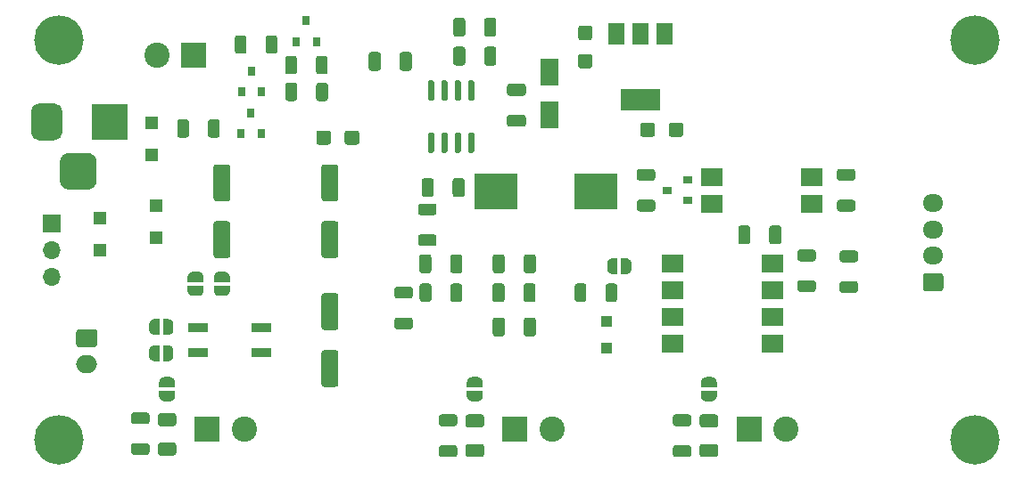
<source format=gbr>
G04 #@! TF.GenerationSoftware,KiCad,Pcbnew,5.1.9+dfsg1-1~bpo10+1*
G04 #@! TF.CreationDate,2021-12-14T16:04:43+00:00*
G04 #@! TF.ProjectId,PowerDistribution,506f7765-7244-4697-9374-726962757469,v1.0.0-RC2*
G04 #@! TF.SameCoordinates,Original*
G04 #@! TF.FileFunction,Soldermask,Top*
G04 #@! TF.FilePolarity,Negative*
%FSLAX46Y46*%
G04 Gerber Fmt 4.6, Leading zero omitted, Abs format (unit mm)*
G04 Created by KiCad (PCBNEW 5.1.9+dfsg1-1~bpo10+1) date 2021-12-14 16:04:43*
%MOMM*%
%LPD*%
G01*
G04 APERTURE LIST*
%ADD10C,0.100000*%
%ADD11R,1.840000X0.900000*%
%ADD12R,1.900000X0.900000*%
%ADD13R,1.220000X1.150000*%
%ADD14C,2.400000*%
%ADD15R,2.400000X2.400000*%
%ADD16C,4.700000*%
%ADD17O,1.950000X1.700000*%
%ADD18R,1.800000X2.500000*%
%ADD19R,1.000000X1.000000*%
%ADD20R,0.800000X0.900000*%
%ADD21R,4.100000X3.500000*%
%ADD22R,3.500000X3.500000*%
%ADD23R,1.500000X2.000000*%
%ADD24R,3.800000X2.000000*%
%ADD25O,1.700000X1.700000*%
%ADD26R,1.700000X1.700000*%
%ADD27R,2.000000X1.780000*%
%ADD28R,0.900000X0.800000*%
%ADD29O,2.000000X1.700000*%
G04 APERTURE END LIST*
G36*
G01*
X51150000Y-33675001D02*
X51150000Y-32824999D01*
G75*
G02*
X51399999Y-32575000I249999J0D01*
G01*
X52300001Y-32575000D01*
G75*
G02*
X52550000Y-32824999I0J-249999D01*
G01*
X52550000Y-33675001D01*
G75*
G02*
X52300001Y-33925000I-249999J0D01*
G01*
X51399999Y-33925000D01*
G75*
G02*
X51150000Y-33675001I0J249999D01*
G01*
G37*
G36*
G01*
X48450000Y-33675001D02*
X48450000Y-32824999D01*
G75*
G02*
X48699999Y-32575000I249999J0D01*
G01*
X49600001Y-32575000D01*
G75*
G02*
X49850000Y-32824999I0J-249999D01*
G01*
X49850000Y-33675001D01*
G75*
G02*
X49600001Y-33925000I-249999J0D01*
G01*
X48699999Y-33925000D01*
G75*
G02*
X48450000Y-33675001I0J249999D01*
G01*
G37*
G36*
G01*
X50300000Y-51550000D02*
X49200000Y-51550000D01*
G75*
G02*
X48950000Y-51300000I0J250000D01*
G01*
X48950000Y-48300000D01*
G75*
G02*
X49200000Y-48050000I250000J0D01*
G01*
X50300000Y-48050000D01*
G75*
G02*
X50550000Y-48300000I0J-250000D01*
G01*
X50550000Y-51300000D01*
G75*
G02*
X50300000Y-51550000I-250000J0D01*
G01*
G37*
G36*
G01*
X50300000Y-56950000D02*
X49200000Y-56950000D01*
G75*
G02*
X48950000Y-56700000I0J250000D01*
G01*
X48950000Y-53700000D01*
G75*
G02*
X49200000Y-53450000I250000J0D01*
G01*
X50300000Y-53450000D01*
G75*
G02*
X50550000Y-53700000I0J-250000D01*
G01*
X50550000Y-56700000D01*
G75*
G02*
X50300000Y-56950000I-250000J0D01*
G01*
G37*
G36*
G01*
X38950000Y-41200000D02*
X40050000Y-41200000D01*
G75*
G02*
X40300000Y-41450000I0J-250000D01*
G01*
X40300000Y-44450000D01*
G75*
G02*
X40050000Y-44700000I-250000J0D01*
G01*
X38950000Y-44700000D01*
G75*
G02*
X38700000Y-44450000I0J250000D01*
G01*
X38700000Y-41450000D01*
G75*
G02*
X38950000Y-41200000I250000J0D01*
G01*
G37*
G36*
G01*
X38950000Y-35800000D02*
X40050000Y-35800000D01*
G75*
G02*
X40300000Y-36050000I0J-250000D01*
G01*
X40300000Y-39050000D01*
G75*
G02*
X40050000Y-39300000I-250000J0D01*
G01*
X38950000Y-39300000D01*
G75*
G02*
X38700000Y-39050000I0J250000D01*
G01*
X38700000Y-36050000D01*
G75*
G02*
X38950000Y-35800000I250000J0D01*
G01*
G37*
G36*
G01*
X49200000Y-41200000D02*
X50300000Y-41200000D01*
G75*
G02*
X50550000Y-41450000I0J-250000D01*
G01*
X50550000Y-44450000D01*
G75*
G02*
X50300000Y-44700000I-250000J0D01*
G01*
X49200000Y-44700000D01*
G75*
G02*
X48950000Y-44450000I0J250000D01*
G01*
X48950000Y-41450000D01*
G75*
G02*
X49200000Y-41200000I250000J0D01*
G01*
G37*
G36*
G01*
X49200000Y-35800000D02*
X50300000Y-35800000D01*
G75*
G02*
X50550000Y-36050000I0J-250000D01*
G01*
X50550000Y-39050000D01*
G75*
G02*
X50300000Y-39300000I-250000J0D01*
G01*
X49200000Y-39300000D01*
G75*
G02*
X48950000Y-39050000I0J250000D01*
G01*
X48950000Y-36050000D01*
G75*
G02*
X49200000Y-35800000I250000J0D01*
G01*
G37*
D10*
G36*
X37750000Y-47300000D02*
G01*
X37750000Y-47800000D01*
X37749398Y-47800000D01*
X37749398Y-47824534D01*
X37744588Y-47873365D01*
X37735016Y-47921490D01*
X37720772Y-47968445D01*
X37701995Y-48013778D01*
X37678864Y-48057051D01*
X37651604Y-48097850D01*
X37620476Y-48135779D01*
X37585779Y-48170476D01*
X37547850Y-48201604D01*
X37507051Y-48228864D01*
X37463778Y-48251995D01*
X37418445Y-48270772D01*
X37371490Y-48285016D01*
X37323365Y-48294588D01*
X37274534Y-48299398D01*
X37250000Y-48299398D01*
X37250000Y-48300000D01*
X36750000Y-48300000D01*
X36750000Y-48299398D01*
X36725466Y-48299398D01*
X36676635Y-48294588D01*
X36628510Y-48285016D01*
X36581555Y-48270772D01*
X36536222Y-48251995D01*
X36492949Y-48228864D01*
X36452150Y-48201604D01*
X36414221Y-48170476D01*
X36379524Y-48135779D01*
X36348396Y-48097850D01*
X36321136Y-48057051D01*
X36298005Y-48013778D01*
X36279228Y-47968445D01*
X36264984Y-47921490D01*
X36255412Y-47873365D01*
X36250602Y-47824534D01*
X36250602Y-47800000D01*
X36250000Y-47800000D01*
X36250000Y-47300000D01*
X37750000Y-47300000D01*
G37*
G36*
X36250602Y-46500000D02*
G01*
X36250602Y-46475466D01*
X36255412Y-46426635D01*
X36264984Y-46378510D01*
X36279228Y-46331555D01*
X36298005Y-46286222D01*
X36321136Y-46242949D01*
X36348396Y-46202150D01*
X36379524Y-46164221D01*
X36414221Y-46129524D01*
X36452150Y-46098396D01*
X36492949Y-46071136D01*
X36536222Y-46048005D01*
X36581555Y-46029228D01*
X36628510Y-46014984D01*
X36676635Y-46005412D01*
X36725466Y-46000602D01*
X36750000Y-46000602D01*
X36750000Y-46000000D01*
X37250000Y-46000000D01*
X37250000Y-46000602D01*
X37274534Y-46000602D01*
X37323365Y-46005412D01*
X37371490Y-46014984D01*
X37418445Y-46029228D01*
X37463778Y-46048005D01*
X37507051Y-46071136D01*
X37547850Y-46098396D01*
X37585779Y-46129524D01*
X37620476Y-46164221D01*
X37651604Y-46202150D01*
X37678864Y-46242949D01*
X37701995Y-46286222D01*
X37720772Y-46331555D01*
X37735016Y-46378510D01*
X37744588Y-46426635D01*
X37749398Y-46475466D01*
X37749398Y-46500000D01*
X37750000Y-46500000D01*
X37750000Y-47000000D01*
X36250000Y-47000000D01*
X36250000Y-46500000D01*
X36250602Y-46500000D01*
G37*
D11*
X37250000Y-53700000D03*
D12*
X37250000Y-51300000D03*
D11*
X43250000Y-53700000D03*
X43250000Y-51300000D03*
G36*
G01*
X36372500Y-31759998D02*
X36372500Y-33010002D01*
G75*
G02*
X36122502Y-33260000I-249998J0D01*
G01*
X35497498Y-33260000D01*
G75*
G02*
X35247500Y-33010002I0J249998D01*
G01*
X35247500Y-31759998D01*
G75*
G02*
X35497498Y-31510000I249998J0D01*
G01*
X36122502Y-31510000D01*
G75*
G02*
X36372500Y-31759998I0J-249998D01*
G01*
G37*
G36*
G01*
X39297500Y-31759998D02*
X39297500Y-33010002D01*
G75*
G02*
X39047502Y-33260000I-249998J0D01*
G01*
X38422498Y-33260000D01*
G75*
G02*
X38172500Y-33010002I0J249998D01*
G01*
X38172500Y-31759998D01*
G75*
G02*
X38422498Y-31510000I249998J0D01*
G01*
X39047502Y-31510000D01*
G75*
G02*
X39297500Y-31759998I0J-249998D01*
G01*
G37*
D13*
X32800000Y-31825000D03*
X32800000Y-34925000D03*
D14*
X33330000Y-25400000D03*
D15*
X36830000Y-25400000D03*
G36*
G01*
X34915000Y-60690000D02*
X33665000Y-60690000D01*
G75*
G02*
X33415000Y-60440000I0J250000D01*
G01*
X33415000Y-59690000D01*
G75*
G02*
X33665000Y-59440000I250000J0D01*
G01*
X34915000Y-59440000D01*
G75*
G02*
X35165000Y-59690000I0J-250000D01*
G01*
X35165000Y-60440000D01*
G75*
G02*
X34915000Y-60690000I-250000J0D01*
G01*
G37*
G36*
G01*
X34915000Y-63490000D02*
X33665000Y-63490000D01*
G75*
G02*
X33415000Y-63240000I0J250000D01*
G01*
X33415000Y-62490000D01*
G75*
G02*
X33665000Y-62240000I250000J0D01*
G01*
X34915000Y-62240000D01*
G75*
G02*
X35165000Y-62490000I0J-250000D01*
G01*
X35165000Y-63240000D01*
G75*
G02*
X34915000Y-63490000I-250000J0D01*
G01*
G37*
D14*
X41600000Y-60960000D03*
D15*
X38100000Y-60960000D03*
D14*
X93035000Y-60960000D03*
D15*
X89535000Y-60960000D03*
D14*
X70810000Y-60960000D03*
D15*
X67310000Y-60960000D03*
D13*
X27940000Y-40868000D03*
X27940000Y-43968000D03*
D16*
X24000000Y-24000000D03*
D10*
G36*
X77866000Y-44716602D02*
G01*
X77890534Y-44716602D01*
X77939365Y-44721412D01*
X77987490Y-44730984D01*
X78034445Y-44745228D01*
X78079778Y-44764005D01*
X78123051Y-44787136D01*
X78163850Y-44814396D01*
X78201779Y-44845524D01*
X78236476Y-44880221D01*
X78267604Y-44918150D01*
X78294864Y-44958949D01*
X78317995Y-45002222D01*
X78336772Y-45047555D01*
X78351016Y-45094510D01*
X78360588Y-45142635D01*
X78365398Y-45191466D01*
X78365398Y-45216000D01*
X78366000Y-45216000D01*
X78366000Y-45716000D01*
X78365398Y-45716000D01*
X78365398Y-45740534D01*
X78360588Y-45789365D01*
X78351016Y-45837490D01*
X78336772Y-45884445D01*
X78317995Y-45929778D01*
X78294864Y-45973051D01*
X78267604Y-46013850D01*
X78236476Y-46051779D01*
X78201779Y-46086476D01*
X78163850Y-46117604D01*
X78123051Y-46144864D01*
X78079778Y-46167995D01*
X78034445Y-46186772D01*
X77987490Y-46201016D01*
X77939365Y-46210588D01*
X77890534Y-46215398D01*
X77866000Y-46215398D01*
X77866000Y-46216000D01*
X77366000Y-46216000D01*
X77366000Y-44716000D01*
X77866000Y-44716000D01*
X77866000Y-44716602D01*
G37*
G36*
X77066000Y-46216000D02*
G01*
X76566000Y-46216000D01*
X76566000Y-46215398D01*
X76541466Y-46215398D01*
X76492635Y-46210588D01*
X76444510Y-46201016D01*
X76397555Y-46186772D01*
X76352222Y-46167995D01*
X76308949Y-46144864D01*
X76268150Y-46117604D01*
X76230221Y-46086476D01*
X76195524Y-46051779D01*
X76164396Y-46013850D01*
X76137136Y-45973051D01*
X76114005Y-45929778D01*
X76095228Y-45884445D01*
X76080984Y-45837490D01*
X76071412Y-45789365D01*
X76066602Y-45740534D01*
X76066602Y-45716000D01*
X76066000Y-45716000D01*
X76066000Y-45216000D01*
X76066602Y-45216000D01*
X76066602Y-45191466D01*
X76071412Y-45142635D01*
X76080984Y-45094510D01*
X76095228Y-45047555D01*
X76114005Y-45002222D01*
X76137136Y-44958949D01*
X76164396Y-44918150D01*
X76195524Y-44880221D01*
X76230221Y-44845524D01*
X76268150Y-44814396D01*
X76308949Y-44787136D01*
X76352222Y-44764005D01*
X76397555Y-44745228D01*
X76444510Y-44730984D01*
X76492635Y-44721412D01*
X76541466Y-44716602D01*
X76566000Y-44716602D01*
X76566000Y-44716000D01*
X77066000Y-44716000D01*
X77066000Y-46216000D01*
G37*
D17*
X107000000Y-39500000D03*
X107000000Y-42000000D03*
X107000000Y-44500000D03*
G36*
G01*
X107725000Y-47850000D02*
X106275000Y-47850000D01*
G75*
G02*
X106025000Y-47600000I0J250000D01*
G01*
X106025000Y-46400000D01*
G75*
G02*
X106275000Y-46150000I250000J0D01*
G01*
X107725000Y-46150000D01*
G75*
G02*
X107975000Y-46400000I0J-250000D01*
G01*
X107975000Y-47600000D01*
G75*
G02*
X107725000Y-47850000I-250000J0D01*
G01*
G37*
D18*
X70612000Y-27051500D03*
X70612000Y-31051500D03*
D19*
X76000000Y-53250000D03*
X76000000Y-50750000D03*
G36*
G01*
X43637500Y-25025001D02*
X43637500Y-23774999D01*
G75*
G02*
X43887499Y-23525000I249999J0D01*
G01*
X44512501Y-23525000D01*
G75*
G02*
X44762500Y-23774999I0J-249999D01*
G01*
X44762500Y-25025001D01*
G75*
G02*
X44512501Y-25275000I-249999J0D01*
G01*
X43887499Y-25275000D01*
G75*
G02*
X43637500Y-25025001I0J249999D01*
G01*
G37*
G36*
G01*
X40712500Y-25025001D02*
X40712500Y-23774999D01*
G75*
G02*
X40962499Y-23525000I249999J0D01*
G01*
X41587501Y-23525000D01*
G75*
G02*
X41837500Y-23774999I0J-249999D01*
G01*
X41837500Y-25025001D01*
G75*
G02*
X41587501Y-25275000I-249999J0D01*
G01*
X40962499Y-25275000D01*
G75*
G02*
X40712500Y-25025001I0J249999D01*
G01*
G37*
G36*
G01*
X46637500Y-28274999D02*
X46637500Y-29525001D01*
G75*
G02*
X46387501Y-29775000I-249999J0D01*
G01*
X45762499Y-29775000D01*
G75*
G02*
X45512500Y-29525001I0J249999D01*
G01*
X45512500Y-28274999D01*
G75*
G02*
X45762499Y-28025000I249999J0D01*
G01*
X46387501Y-28025000D01*
G75*
G02*
X46637500Y-28274999I0J-249999D01*
G01*
G37*
G36*
G01*
X49562500Y-28274999D02*
X49562500Y-29525001D01*
G75*
G02*
X49312501Y-29775000I-249999J0D01*
G01*
X48687499Y-29775000D01*
G75*
G02*
X48437500Y-29525001I0J249999D01*
G01*
X48437500Y-28274999D01*
G75*
G02*
X48687499Y-28025000I249999J0D01*
G01*
X49312501Y-28025000D01*
G75*
G02*
X49562500Y-28274999I0J-249999D01*
G01*
G37*
D20*
X42300000Y-26900000D03*
X43250000Y-28900000D03*
X41350000Y-28900000D03*
D16*
X111000000Y-24000000D03*
X111000000Y-62000000D03*
X24000000Y-62000000D03*
D21*
X75000000Y-38400000D03*
X65500000Y-38400000D03*
G36*
G01*
X58374999Y-42437500D02*
X59625001Y-42437500D01*
G75*
G02*
X59875000Y-42687499I0J-249999D01*
G01*
X59875000Y-43312501D01*
G75*
G02*
X59625001Y-43562500I-249999J0D01*
G01*
X58374999Y-43562500D01*
G75*
G02*
X58125000Y-43312501I0J249999D01*
G01*
X58125000Y-42687499D01*
G75*
G02*
X58374999Y-42437500I249999J0D01*
G01*
G37*
G36*
G01*
X58374999Y-39512500D02*
X59625001Y-39512500D01*
G75*
G02*
X59875000Y-39762499I0J-249999D01*
G01*
X59875000Y-40387501D01*
G75*
G02*
X59625001Y-40637500I-249999J0D01*
G01*
X58374999Y-40637500D01*
G75*
G02*
X58125000Y-40387501I0J249999D01*
G01*
X58125000Y-39762499D01*
G75*
G02*
X58374999Y-39512500I249999J0D01*
G01*
G37*
G36*
G01*
X61187500Y-48625001D02*
X61187500Y-47374999D01*
G75*
G02*
X61437499Y-47125000I249999J0D01*
G01*
X62062501Y-47125000D01*
G75*
G02*
X62312500Y-47374999I0J-249999D01*
G01*
X62312500Y-48625001D01*
G75*
G02*
X62062501Y-48875000I-249999J0D01*
G01*
X61437499Y-48875000D01*
G75*
G02*
X61187500Y-48625001I0J249999D01*
G01*
G37*
G36*
G01*
X58262500Y-48625001D02*
X58262500Y-47374999D01*
G75*
G02*
X58512499Y-47125000I249999J0D01*
G01*
X59137501Y-47125000D01*
G75*
G02*
X59387500Y-47374999I0J-249999D01*
G01*
X59387500Y-48625001D01*
G75*
G02*
X59137501Y-48875000I-249999J0D01*
G01*
X58512499Y-48875000D01*
G75*
G02*
X58262500Y-48625001I0J249999D01*
G01*
G37*
G36*
G01*
X57375001Y-48562500D02*
X56124999Y-48562500D01*
G75*
G02*
X55875000Y-48312501I0J249999D01*
G01*
X55875000Y-47687499D01*
G75*
G02*
X56124999Y-47437500I249999J0D01*
G01*
X57375001Y-47437500D01*
G75*
G02*
X57625000Y-47687499I0J-249999D01*
G01*
X57625000Y-48312501D01*
G75*
G02*
X57375001Y-48562500I-249999J0D01*
G01*
G37*
G36*
G01*
X57375001Y-51487500D02*
X56124999Y-51487500D01*
G75*
G02*
X55875000Y-51237501I0J249999D01*
G01*
X55875000Y-50612499D01*
G75*
G02*
X56124999Y-50362500I249999J0D01*
G01*
X57375001Y-50362500D01*
G75*
G02*
X57625000Y-50612499I0J-249999D01*
G01*
X57625000Y-51237501D01*
G75*
G02*
X57375001Y-51487500I-249999J0D01*
G01*
G37*
G36*
G01*
X66325000Y-47349999D02*
X66325000Y-48650001D01*
G75*
G02*
X66075001Y-48900000I-249999J0D01*
G01*
X65424999Y-48900000D01*
G75*
G02*
X65175000Y-48650001I0J249999D01*
G01*
X65175000Y-47349999D01*
G75*
G02*
X65424999Y-47100000I249999J0D01*
G01*
X66075001Y-47100000D01*
G75*
G02*
X66325000Y-47349999I0J-249999D01*
G01*
G37*
G36*
G01*
X69275000Y-47349999D02*
X69275000Y-48650001D01*
G75*
G02*
X69025001Y-48900000I-249999J0D01*
G01*
X68374999Y-48900000D01*
G75*
G02*
X68125000Y-48650001I0J249999D01*
G01*
X68125000Y-47349999D01*
G75*
G02*
X68374999Y-47100000I249999J0D01*
G01*
X69025001Y-47100000D01*
G75*
G02*
X69275000Y-47349999I0J-249999D01*
G01*
G37*
G36*
G01*
X63005000Y-32750000D02*
X63305000Y-32750000D01*
G75*
G02*
X63455000Y-32900000I0J-150000D01*
G01*
X63455000Y-34550000D01*
G75*
G02*
X63305000Y-34700000I-150000J0D01*
G01*
X63005000Y-34700000D01*
G75*
G02*
X62855000Y-34550000I0J150000D01*
G01*
X62855000Y-32900000D01*
G75*
G02*
X63005000Y-32750000I150000J0D01*
G01*
G37*
G36*
G01*
X61735000Y-32750000D02*
X62035000Y-32750000D01*
G75*
G02*
X62185000Y-32900000I0J-150000D01*
G01*
X62185000Y-34550000D01*
G75*
G02*
X62035000Y-34700000I-150000J0D01*
G01*
X61735000Y-34700000D01*
G75*
G02*
X61585000Y-34550000I0J150000D01*
G01*
X61585000Y-32900000D01*
G75*
G02*
X61735000Y-32750000I150000J0D01*
G01*
G37*
G36*
G01*
X60465000Y-32750000D02*
X60765000Y-32750000D01*
G75*
G02*
X60915000Y-32900000I0J-150000D01*
G01*
X60915000Y-34550000D01*
G75*
G02*
X60765000Y-34700000I-150000J0D01*
G01*
X60465000Y-34700000D01*
G75*
G02*
X60315000Y-34550000I0J150000D01*
G01*
X60315000Y-32900000D01*
G75*
G02*
X60465000Y-32750000I150000J0D01*
G01*
G37*
G36*
G01*
X59195000Y-32750000D02*
X59495000Y-32750000D01*
G75*
G02*
X59645000Y-32900000I0J-150000D01*
G01*
X59645000Y-34550000D01*
G75*
G02*
X59495000Y-34700000I-150000J0D01*
G01*
X59195000Y-34700000D01*
G75*
G02*
X59045000Y-34550000I0J150000D01*
G01*
X59045000Y-32900000D01*
G75*
G02*
X59195000Y-32750000I150000J0D01*
G01*
G37*
G36*
G01*
X59195000Y-27800000D02*
X59495000Y-27800000D01*
G75*
G02*
X59645000Y-27950000I0J-150000D01*
G01*
X59645000Y-29600000D01*
G75*
G02*
X59495000Y-29750000I-150000J0D01*
G01*
X59195000Y-29750000D01*
G75*
G02*
X59045000Y-29600000I0J150000D01*
G01*
X59045000Y-27950000D01*
G75*
G02*
X59195000Y-27800000I150000J0D01*
G01*
G37*
G36*
G01*
X60465000Y-27800000D02*
X60765000Y-27800000D01*
G75*
G02*
X60915000Y-27950000I0J-150000D01*
G01*
X60915000Y-29600000D01*
G75*
G02*
X60765000Y-29750000I-150000J0D01*
G01*
X60465000Y-29750000D01*
G75*
G02*
X60315000Y-29600000I0J150000D01*
G01*
X60315000Y-27950000D01*
G75*
G02*
X60465000Y-27800000I150000J0D01*
G01*
G37*
G36*
G01*
X61735000Y-27800000D02*
X62035000Y-27800000D01*
G75*
G02*
X62185000Y-27950000I0J-150000D01*
G01*
X62185000Y-29600000D01*
G75*
G02*
X62035000Y-29750000I-150000J0D01*
G01*
X61735000Y-29750000D01*
G75*
G02*
X61585000Y-29600000I0J150000D01*
G01*
X61585000Y-27950000D01*
G75*
G02*
X61735000Y-27800000I150000J0D01*
G01*
G37*
G36*
G01*
X63005000Y-27800000D02*
X63305000Y-27800000D01*
G75*
G02*
X63455000Y-27950000I0J-150000D01*
G01*
X63455000Y-29600000D01*
G75*
G02*
X63305000Y-29750000I-150000J0D01*
G01*
X63005000Y-29750000D01*
G75*
G02*
X62855000Y-29600000I0J150000D01*
G01*
X62855000Y-27950000D01*
G75*
G02*
X63005000Y-27800000I150000J0D01*
G01*
G37*
D13*
X33250000Y-42800000D03*
X33250000Y-39700000D03*
G36*
G01*
X66350000Y-44599999D02*
X66350000Y-45900001D01*
G75*
G02*
X66100001Y-46150000I-249999J0D01*
G01*
X65449999Y-46150000D01*
G75*
G02*
X65200000Y-45900001I0J249999D01*
G01*
X65200000Y-44599999D01*
G75*
G02*
X65449999Y-44350000I249999J0D01*
G01*
X66100001Y-44350000D01*
G75*
G02*
X66350000Y-44599999I0J-249999D01*
G01*
G37*
G36*
G01*
X69300000Y-44599999D02*
X69300000Y-45900001D01*
G75*
G02*
X69050001Y-46150000I-249999J0D01*
G01*
X68399999Y-46150000D01*
G75*
G02*
X68150000Y-45900001I0J249999D01*
G01*
X68150000Y-44599999D01*
G75*
G02*
X68399999Y-44350000I249999J0D01*
G01*
X69050001Y-44350000D01*
G75*
G02*
X69300000Y-44599999I0J-249999D01*
G01*
G37*
G36*
G01*
X54575000Y-25349999D02*
X54575000Y-26650001D01*
G75*
G02*
X54325001Y-26900000I-249999J0D01*
G01*
X53674999Y-26900000D01*
G75*
G02*
X53425000Y-26650001I0J249999D01*
G01*
X53425000Y-25349999D01*
G75*
G02*
X53674999Y-25100000I249999J0D01*
G01*
X54325001Y-25100000D01*
G75*
G02*
X54575000Y-25349999I0J-249999D01*
G01*
G37*
G36*
G01*
X57525000Y-25349999D02*
X57525000Y-26650001D01*
G75*
G02*
X57275001Y-26900000I-249999J0D01*
G01*
X56624999Y-26900000D01*
G75*
G02*
X56375000Y-26650001I0J249999D01*
G01*
X56375000Y-25349999D01*
G75*
G02*
X56624999Y-25100000I249999J0D01*
G01*
X57275001Y-25100000D01*
G75*
G02*
X57525000Y-25349999I0J-249999D01*
G01*
G37*
G36*
G01*
X61175000Y-45900001D02*
X61175000Y-44599999D01*
G75*
G02*
X61424999Y-44350000I249999J0D01*
G01*
X62075001Y-44350000D01*
G75*
G02*
X62325000Y-44599999I0J-249999D01*
G01*
X62325000Y-45900001D01*
G75*
G02*
X62075001Y-46150000I-249999J0D01*
G01*
X61424999Y-46150000D01*
G75*
G02*
X61175000Y-45900001I0J249999D01*
G01*
G37*
G36*
G01*
X58225000Y-45900001D02*
X58225000Y-44599999D01*
G75*
G02*
X58474999Y-44350000I249999J0D01*
G01*
X59125001Y-44350000D01*
G75*
G02*
X59375000Y-44599999I0J-249999D01*
G01*
X59375000Y-45900001D01*
G75*
G02*
X59125001Y-46150000I-249999J0D01*
G01*
X58474999Y-46150000D01*
G75*
G02*
X58225000Y-45900001I0J249999D01*
G01*
G37*
G36*
G01*
X64400000Y-23400001D02*
X64400000Y-22099999D01*
G75*
G02*
X64649999Y-21850000I249999J0D01*
G01*
X65300001Y-21850000D01*
G75*
G02*
X65550000Y-22099999I0J-249999D01*
G01*
X65550000Y-23400001D01*
G75*
G02*
X65300001Y-23650000I-249999J0D01*
G01*
X64649999Y-23650000D01*
G75*
G02*
X64400000Y-23400001I0J249999D01*
G01*
G37*
G36*
G01*
X61450000Y-23400001D02*
X61450000Y-22099999D01*
G75*
G02*
X61699999Y-21850000I249999J0D01*
G01*
X62350001Y-21850000D01*
G75*
G02*
X62600000Y-22099999I0J-249999D01*
G01*
X62600000Y-23400001D01*
G75*
G02*
X62350001Y-23650000I-249999J0D01*
G01*
X61699999Y-23650000D01*
G75*
G02*
X61450000Y-23400001I0J249999D01*
G01*
G37*
G36*
G01*
X61400000Y-38650001D02*
X61400000Y-37349999D01*
G75*
G02*
X61649999Y-37100000I249999J0D01*
G01*
X62300001Y-37100000D01*
G75*
G02*
X62550000Y-37349999I0J-249999D01*
G01*
X62550000Y-38650001D01*
G75*
G02*
X62300001Y-38900000I-249999J0D01*
G01*
X61649999Y-38900000D01*
G75*
G02*
X61400000Y-38650001I0J249999D01*
G01*
G37*
G36*
G01*
X58450000Y-38650001D02*
X58450000Y-37349999D01*
G75*
G02*
X58699999Y-37100000I249999J0D01*
G01*
X59350001Y-37100000D01*
G75*
G02*
X59600000Y-37349999I0J-249999D01*
G01*
X59600000Y-38650001D01*
G75*
G02*
X59350001Y-38900000I-249999J0D01*
G01*
X58699999Y-38900000D01*
G75*
G02*
X58450000Y-38650001I0J249999D01*
G01*
G37*
G36*
G01*
X99625001Y-45100000D02*
X98374999Y-45100000D01*
G75*
G02*
X98125000Y-44850001I0J249999D01*
G01*
X98125000Y-44224999D01*
G75*
G02*
X98374999Y-43975000I249999J0D01*
G01*
X99625001Y-43975000D01*
G75*
G02*
X99875000Y-44224999I0J-249999D01*
G01*
X99875000Y-44850001D01*
G75*
G02*
X99625001Y-45100000I-249999J0D01*
G01*
G37*
G36*
G01*
X99625001Y-48025000D02*
X98374999Y-48025000D01*
G75*
G02*
X98125000Y-47775001I0J249999D01*
G01*
X98125000Y-47149999D01*
G75*
G02*
X98374999Y-46900000I249999J0D01*
G01*
X99625001Y-46900000D01*
G75*
G02*
X99875000Y-47149999I0J-249999D01*
G01*
X99875000Y-47775001D01*
G75*
G02*
X99625001Y-48025000I-249999J0D01*
G01*
G37*
G36*
G01*
X95625001Y-45012500D02*
X94374999Y-45012500D01*
G75*
G02*
X94125000Y-44762501I0J249999D01*
G01*
X94125000Y-44137499D01*
G75*
G02*
X94374999Y-43887500I249999J0D01*
G01*
X95625001Y-43887500D01*
G75*
G02*
X95875000Y-44137499I0J-249999D01*
G01*
X95875000Y-44762501D01*
G75*
G02*
X95625001Y-45012500I-249999J0D01*
G01*
G37*
G36*
G01*
X95625001Y-47937500D02*
X94374999Y-47937500D01*
G75*
G02*
X94125000Y-47687501I0J249999D01*
G01*
X94125000Y-47062499D01*
G75*
G02*
X94374999Y-46812500I249999J0D01*
G01*
X95625001Y-46812500D01*
G75*
G02*
X95875000Y-47062499I0J-249999D01*
G01*
X95875000Y-47687501D01*
G75*
G02*
X95625001Y-47937500I-249999J0D01*
G01*
G37*
G36*
G01*
X98124999Y-39150000D02*
X99375001Y-39150000D01*
G75*
G02*
X99625000Y-39399999I0J-249999D01*
G01*
X99625000Y-40025001D01*
G75*
G02*
X99375001Y-40275000I-249999J0D01*
G01*
X98124999Y-40275000D01*
G75*
G02*
X97875000Y-40025001I0J249999D01*
G01*
X97875000Y-39399999D01*
G75*
G02*
X98124999Y-39150000I249999J0D01*
G01*
G37*
G36*
G01*
X98124999Y-36225000D02*
X99375001Y-36225000D01*
G75*
G02*
X99625000Y-36474999I0J-249999D01*
G01*
X99625000Y-37100001D01*
G75*
G02*
X99375001Y-37350000I-249999J0D01*
G01*
X98124999Y-37350000D01*
G75*
G02*
X97875000Y-37100001I0J249999D01*
G01*
X97875000Y-36474999D01*
G75*
G02*
X98124999Y-36225000I249999J0D01*
G01*
G37*
G36*
G01*
X74100000Y-47374999D02*
X74100000Y-48625001D01*
G75*
G02*
X73850001Y-48875000I-249999J0D01*
G01*
X73224999Y-48875000D01*
G75*
G02*
X72975000Y-48625001I0J249999D01*
G01*
X72975000Y-47374999D01*
G75*
G02*
X73224999Y-47125000I249999J0D01*
G01*
X73850001Y-47125000D01*
G75*
G02*
X74100000Y-47374999I0J-249999D01*
G01*
G37*
G36*
G01*
X77025000Y-47374999D02*
X77025000Y-48625001D01*
G75*
G02*
X76775001Y-48875000I-249999J0D01*
G01*
X76149999Y-48875000D01*
G75*
G02*
X75900000Y-48625001I0J249999D01*
G01*
X75900000Y-47374999D01*
G75*
G02*
X76149999Y-47125000I249999J0D01*
G01*
X76775001Y-47125000D01*
G75*
G02*
X77025000Y-47374999I0J-249999D01*
G01*
G37*
G36*
G01*
X89650000Y-41849999D02*
X89650000Y-43150001D01*
G75*
G02*
X89400001Y-43400000I-249999J0D01*
G01*
X88749999Y-43400000D01*
G75*
G02*
X88500000Y-43150001I0J249999D01*
G01*
X88500000Y-41849999D01*
G75*
G02*
X88749999Y-41600000I249999J0D01*
G01*
X89400001Y-41600000D01*
G75*
G02*
X89650000Y-41849999I0J-249999D01*
G01*
G37*
G36*
G01*
X92600000Y-41849999D02*
X92600000Y-43150001D01*
G75*
G02*
X92350001Y-43400000I-249999J0D01*
G01*
X91699999Y-43400000D01*
G75*
G02*
X91450000Y-43150001I0J249999D01*
G01*
X91450000Y-41849999D01*
G75*
G02*
X91699999Y-41600000I249999J0D01*
G01*
X92350001Y-41600000D01*
G75*
G02*
X92600000Y-41849999I0J-249999D01*
G01*
G37*
G36*
G01*
X83810002Y-60695000D02*
X82559998Y-60695000D01*
G75*
G02*
X82310000Y-60445002I0J249998D01*
G01*
X82310000Y-59819998D01*
G75*
G02*
X82559998Y-59570000I249998J0D01*
G01*
X83810002Y-59570000D01*
G75*
G02*
X84060000Y-59819998I0J-249998D01*
G01*
X84060000Y-60445002D01*
G75*
G02*
X83810002Y-60695000I-249998J0D01*
G01*
G37*
G36*
G01*
X83810002Y-63620000D02*
X82559998Y-63620000D01*
G75*
G02*
X82310000Y-63370002I0J249998D01*
G01*
X82310000Y-62744998D01*
G75*
G02*
X82559998Y-62495000I249998J0D01*
G01*
X83810002Y-62495000D01*
G75*
G02*
X84060000Y-62744998I0J-249998D01*
G01*
X84060000Y-63370002D01*
G75*
G02*
X83810002Y-63620000I-249998J0D01*
G01*
G37*
G36*
G01*
X66350000Y-50599999D02*
X66350000Y-51900001D01*
G75*
G02*
X66100001Y-52150000I-249999J0D01*
G01*
X65449999Y-52150000D01*
G75*
G02*
X65200000Y-51900001I0J249999D01*
G01*
X65200000Y-50599999D01*
G75*
G02*
X65449999Y-50350000I249999J0D01*
G01*
X66100001Y-50350000D01*
G75*
G02*
X66350000Y-50599999I0J-249999D01*
G01*
G37*
G36*
G01*
X69300000Y-50599999D02*
X69300000Y-51900001D01*
G75*
G02*
X69050001Y-52150000I-249999J0D01*
G01*
X68399999Y-52150000D01*
G75*
G02*
X68150000Y-51900001I0J249999D01*
G01*
X68150000Y-50599999D01*
G75*
G02*
X68399999Y-50350000I249999J0D01*
G01*
X69050001Y-50350000D01*
G75*
G02*
X69300000Y-50599999I0J-249999D01*
G01*
G37*
G36*
G01*
X66799999Y-31075000D02*
X68100001Y-31075000D01*
G75*
G02*
X68350000Y-31324999I0J-249999D01*
G01*
X68350000Y-31975001D01*
G75*
G02*
X68100001Y-32225000I-249999J0D01*
G01*
X66799999Y-32225000D01*
G75*
G02*
X66550000Y-31975001I0J249999D01*
G01*
X66550000Y-31324999D01*
G75*
G02*
X66799999Y-31075000I249999J0D01*
G01*
G37*
G36*
G01*
X66799999Y-28125000D02*
X68100001Y-28125000D01*
G75*
G02*
X68350000Y-28374999I0J-249999D01*
G01*
X68350000Y-29025001D01*
G75*
G02*
X68100001Y-29275000I-249999J0D01*
G01*
X66799999Y-29275000D01*
G75*
G02*
X66550000Y-29025001I0J249999D01*
G01*
X66550000Y-28374999D01*
G75*
G02*
X66799999Y-28125000I249999J0D01*
G01*
G37*
G36*
G01*
X64400000Y-26150001D02*
X64400000Y-24849999D01*
G75*
G02*
X64649999Y-24600000I249999J0D01*
G01*
X65300001Y-24600000D01*
G75*
G02*
X65550000Y-24849999I0J-249999D01*
G01*
X65550000Y-26150001D01*
G75*
G02*
X65300001Y-26400000I-249999J0D01*
G01*
X64649999Y-26400000D01*
G75*
G02*
X64400000Y-26150001I0J249999D01*
G01*
G37*
G36*
G01*
X61450000Y-26150001D02*
X61450000Y-24849999D01*
G75*
G02*
X61699999Y-24600000I249999J0D01*
G01*
X62350001Y-24600000D01*
G75*
G02*
X62600000Y-24849999I0J-249999D01*
G01*
X62600000Y-26150001D01*
G75*
G02*
X62350001Y-26400000I-249999J0D01*
G01*
X61699999Y-26400000D01*
G75*
G02*
X61450000Y-26150001I0J249999D01*
G01*
G37*
G36*
G01*
X24110000Y-37325000D02*
X24110000Y-35575000D01*
G75*
G02*
X24985000Y-34700000I875000J0D01*
G01*
X26735000Y-34700000D01*
G75*
G02*
X27610000Y-35575000I0J-875000D01*
G01*
X27610000Y-37325000D01*
G75*
G02*
X26735000Y-38200000I-875000J0D01*
G01*
X24985000Y-38200000D01*
G75*
G02*
X24110000Y-37325000I0J875000D01*
G01*
G37*
G36*
G01*
X21360000Y-32750000D02*
X21360000Y-30750000D01*
G75*
G02*
X22110000Y-30000000I750000J0D01*
G01*
X23610000Y-30000000D01*
G75*
G02*
X24360000Y-30750000I0J-750000D01*
G01*
X24360000Y-32750000D01*
G75*
G02*
X23610000Y-33500000I-750000J0D01*
G01*
X22110000Y-33500000D01*
G75*
G02*
X21360000Y-32750000I0J750000D01*
G01*
G37*
D22*
X28860000Y-31750000D03*
G36*
G01*
X61585002Y-60695000D02*
X60334998Y-60695000D01*
G75*
G02*
X60085000Y-60445002I0J249998D01*
G01*
X60085000Y-59819998D01*
G75*
G02*
X60334998Y-59570000I249998J0D01*
G01*
X61585002Y-59570000D01*
G75*
G02*
X61835000Y-59819998I0J-249998D01*
G01*
X61835000Y-60445002D01*
G75*
G02*
X61585002Y-60695000I-249998J0D01*
G01*
G37*
G36*
G01*
X61585002Y-63620000D02*
X60334998Y-63620000D01*
G75*
G02*
X60085000Y-63370002I0J249998D01*
G01*
X60085000Y-62744998D01*
G75*
G02*
X60334998Y-62495000I249998J0D01*
G01*
X61585002Y-62495000D01*
G75*
G02*
X61835000Y-62744998I0J-249998D01*
G01*
X61835000Y-63370002D01*
G75*
G02*
X61585002Y-63620000I-249998J0D01*
G01*
G37*
G36*
G01*
X32375002Y-60502500D02*
X31124998Y-60502500D01*
G75*
G02*
X30875000Y-60252502I0J249998D01*
G01*
X30875000Y-59627498D01*
G75*
G02*
X31124998Y-59377500I249998J0D01*
G01*
X32375002Y-59377500D01*
G75*
G02*
X32625000Y-59627498I0J-249998D01*
G01*
X32625000Y-60252502D01*
G75*
G02*
X32375002Y-60502500I-249998J0D01*
G01*
G37*
G36*
G01*
X32375002Y-63427500D02*
X31124998Y-63427500D01*
G75*
G02*
X30875000Y-63177502I0J249998D01*
G01*
X30875000Y-62552498D01*
G75*
G02*
X31124998Y-62302500I249998J0D01*
G01*
X32375002Y-62302500D01*
G75*
G02*
X32625000Y-62552498I0J-249998D01*
G01*
X32625000Y-63177502D01*
G75*
G02*
X32375002Y-63427500I-249998J0D01*
G01*
G37*
D10*
G36*
X64250000Y-57315000D02*
G01*
X64250000Y-57815000D01*
X64249398Y-57815000D01*
X64249398Y-57839534D01*
X64244588Y-57888365D01*
X64235016Y-57936490D01*
X64220772Y-57983445D01*
X64201995Y-58028778D01*
X64178864Y-58072051D01*
X64151604Y-58112850D01*
X64120476Y-58150779D01*
X64085779Y-58185476D01*
X64047850Y-58216604D01*
X64007051Y-58243864D01*
X63963778Y-58266995D01*
X63918445Y-58285772D01*
X63871490Y-58300016D01*
X63823365Y-58309588D01*
X63774534Y-58314398D01*
X63750000Y-58314398D01*
X63750000Y-58315000D01*
X63250000Y-58315000D01*
X63250000Y-58314398D01*
X63225466Y-58314398D01*
X63176635Y-58309588D01*
X63128510Y-58300016D01*
X63081555Y-58285772D01*
X63036222Y-58266995D01*
X62992949Y-58243864D01*
X62952150Y-58216604D01*
X62914221Y-58185476D01*
X62879524Y-58150779D01*
X62848396Y-58112850D01*
X62821136Y-58072051D01*
X62798005Y-58028778D01*
X62779228Y-57983445D01*
X62764984Y-57936490D01*
X62755412Y-57888365D01*
X62750602Y-57839534D01*
X62750602Y-57815000D01*
X62750000Y-57815000D01*
X62750000Y-57315000D01*
X64250000Y-57315000D01*
G37*
G36*
X62750602Y-56515000D02*
G01*
X62750602Y-56490466D01*
X62755412Y-56441635D01*
X62764984Y-56393510D01*
X62779228Y-56346555D01*
X62798005Y-56301222D01*
X62821136Y-56257949D01*
X62848396Y-56217150D01*
X62879524Y-56179221D01*
X62914221Y-56144524D01*
X62952150Y-56113396D01*
X62992949Y-56086136D01*
X63036222Y-56063005D01*
X63081555Y-56044228D01*
X63128510Y-56029984D01*
X63176635Y-56020412D01*
X63225466Y-56015602D01*
X63250000Y-56015602D01*
X63250000Y-56015000D01*
X63750000Y-56015000D01*
X63750000Y-56015602D01*
X63774534Y-56015602D01*
X63823365Y-56020412D01*
X63871490Y-56029984D01*
X63918445Y-56044228D01*
X63963778Y-56063005D01*
X64007051Y-56086136D01*
X64047850Y-56113396D01*
X64085779Y-56144524D01*
X64120476Y-56179221D01*
X64151604Y-56217150D01*
X64178864Y-56257949D01*
X64201995Y-56301222D01*
X64220772Y-56346555D01*
X64235016Y-56393510D01*
X64244588Y-56441635D01*
X64249398Y-56490466D01*
X64249398Y-56515000D01*
X64250000Y-56515000D01*
X64250000Y-57015000D01*
X62750000Y-57015000D01*
X62750000Y-56515000D01*
X62750602Y-56515000D01*
G37*
G36*
X35040000Y-57315000D02*
G01*
X35040000Y-57815000D01*
X35039398Y-57815000D01*
X35039398Y-57839534D01*
X35034588Y-57888365D01*
X35025016Y-57936490D01*
X35010772Y-57983445D01*
X34991995Y-58028778D01*
X34968864Y-58072051D01*
X34941604Y-58112850D01*
X34910476Y-58150779D01*
X34875779Y-58185476D01*
X34837850Y-58216604D01*
X34797051Y-58243864D01*
X34753778Y-58266995D01*
X34708445Y-58285772D01*
X34661490Y-58300016D01*
X34613365Y-58309588D01*
X34564534Y-58314398D01*
X34540000Y-58314398D01*
X34540000Y-58315000D01*
X34040000Y-58315000D01*
X34040000Y-58314398D01*
X34015466Y-58314398D01*
X33966635Y-58309588D01*
X33918510Y-58300016D01*
X33871555Y-58285772D01*
X33826222Y-58266995D01*
X33782949Y-58243864D01*
X33742150Y-58216604D01*
X33704221Y-58185476D01*
X33669524Y-58150779D01*
X33638396Y-58112850D01*
X33611136Y-58072051D01*
X33588005Y-58028778D01*
X33569228Y-57983445D01*
X33554984Y-57936490D01*
X33545412Y-57888365D01*
X33540602Y-57839534D01*
X33540602Y-57815000D01*
X33540000Y-57815000D01*
X33540000Y-57315000D01*
X35040000Y-57315000D01*
G37*
G36*
X33540602Y-56515000D02*
G01*
X33540602Y-56490466D01*
X33545412Y-56441635D01*
X33554984Y-56393510D01*
X33569228Y-56346555D01*
X33588005Y-56301222D01*
X33611136Y-56257949D01*
X33638396Y-56217150D01*
X33669524Y-56179221D01*
X33704221Y-56144524D01*
X33742150Y-56113396D01*
X33782949Y-56086136D01*
X33826222Y-56063005D01*
X33871555Y-56044228D01*
X33918510Y-56029984D01*
X33966635Y-56020412D01*
X34015466Y-56015602D01*
X34040000Y-56015602D01*
X34040000Y-56015000D01*
X34540000Y-56015000D01*
X34540000Y-56015602D01*
X34564534Y-56015602D01*
X34613365Y-56020412D01*
X34661490Y-56029984D01*
X34708445Y-56044228D01*
X34753778Y-56063005D01*
X34797051Y-56086136D01*
X34837850Y-56113396D01*
X34875779Y-56144524D01*
X34910476Y-56179221D01*
X34941604Y-56217150D01*
X34968864Y-56257949D01*
X34991995Y-56301222D01*
X35010772Y-56346555D01*
X35025016Y-56393510D01*
X35034588Y-56441635D01*
X35039398Y-56490466D01*
X35039398Y-56515000D01*
X35040000Y-56515000D01*
X35040000Y-57015000D01*
X33540000Y-57015000D01*
X33540000Y-56515000D01*
X33540602Y-56515000D01*
G37*
G36*
X86475000Y-57315000D02*
G01*
X86475000Y-57815000D01*
X86474398Y-57815000D01*
X86474398Y-57839534D01*
X86469588Y-57888365D01*
X86460016Y-57936490D01*
X86445772Y-57983445D01*
X86426995Y-58028778D01*
X86403864Y-58072051D01*
X86376604Y-58112850D01*
X86345476Y-58150779D01*
X86310779Y-58185476D01*
X86272850Y-58216604D01*
X86232051Y-58243864D01*
X86188778Y-58266995D01*
X86143445Y-58285772D01*
X86096490Y-58300016D01*
X86048365Y-58309588D01*
X85999534Y-58314398D01*
X85975000Y-58314398D01*
X85975000Y-58315000D01*
X85475000Y-58315000D01*
X85475000Y-58314398D01*
X85450466Y-58314398D01*
X85401635Y-58309588D01*
X85353510Y-58300016D01*
X85306555Y-58285772D01*
X85261222Y-58266995D01*
X85217949Y-58243864D01*
X85177150Y-58216604D01*
X85139221Y-58185476D01*
X85104524Y-58150779D01*
X85073396Y-58112850D01*
X85046136Y-58072051D01*
X85023005Y-58028778D01*
X85004228Y-57983445D01*
X84989984Y-57936490D01*
X84980412Y-57888365D01*
X84975602Y-57839534D01*
X84975602Y-57815000D01*
X84975000Y-57815000D01*
X84975000Y-57315000D01*
X86475000Y-57315000D01*
G37*
G36*
X84975602Y-56515000D02*
G01*
X84975602Y-56490466D01*
X84980412Y-56441635D01*
X84989984Y-56393510D01*
X85004228Y-56346555D01*
X85023005Y-56301222D01*
X85046136Y-56257949D01*
X85073396Y-56217150D01*
X85104524Y-56179221D01*
X85139221Y-56144524D01*
X85177150Y-56113396D01*
X85217949Y-56086136D01*
X85261222Y-56063005D01*
X85306555Y-56044228D01*
X85353510Y-56029984D01*
X85401635Y-56020412D01*
X85450466Y-56015602D01*
X85475000Y-56015602D01*
X85475000Y-56015000D01*
X85975000Y-56015000D01*
X85975000Y-56015602D01*
X85999534Y-56015602D01*
X86048365Y-56020412D01*
X86096490Y-56029984D01*
X86143445Y-56044228D01*
X86188778Y-56063005D01*
X86232051Y-56086136D01*
X86272850Y-56113396D01*
X86310779Y-56144524D01*
X86345476Y-56179221D01*
X86376604Y-56217150D01*
X86403864Y-56257949D01*
X86426995Y-56301222D01*
X86445772Y-56346555D01*
X86460016Y-56393510D01*
X86469588Y-56441635D01*
X86474398Y-56490466D01*
X86474398Y-56515000D01*
X86475000Y-56515000D01*
X86475000Y-57015000D01*
X84975000Y-57015000D01*
X84975000Y-56515000D01*
X84975602Y-56515000D01*
G37*
G36*
G01*
X86350000Y-60820000D02*
X85100000Y-60820000D01*
G75*
G02*
X84850000Y-60570000I0J250000D01*
G01*
X84850000Y-59820000D01*
G75*
G02*
X85100000Y-59570000I250000J0D01*
G01*
X86350000Y-59570000D01*
G75*
G02*
X86600000Y-59820000I0J-250000D01*
G01*
X86600000Y-60570000D01*
G75*
G02*
X86350000Y-60820000I-250000J0D01*
G01*
G37*
G36*
G01*
X86350000Y-63620000D02*
X85100000Y-63620000D01*
G75*
G02*
X84850000Y-63370000I0J250000D01*
G01*
X84850000Y-62620000D01*
G75*
G02*
X85100000Y-62370000I250000J0D01*
G01*
X86350000Y-62370000D01*
G75*
G02*
X86600000Y-62620000I0J-250000D01*
G01*
X86600000Y-63370000D01*
G75*
G02*
X86350000Y-63620000I-250000J0D01*
G01*
G37*
G36*
G01*
X64125000Y-60820000D02*
X62875000Y-60820000D01*
G75*
G02*
X62625000Y-60570000I0J250000D01*
G01*
X62625000Y-59820000D01*
G75*
G02*
X62875000Y-59570000I250000J0D01*
G01*
X64125000Y-59570000D01*
G75*
G02*
X64375000Y-59820000I0J-250000D01*
G01*
X64375000Y-60570000D01*
G75*
G02*
X64125000Y-60820000I-250000J0D01*
G01*
G37*
G36*
G01*
X64125000Y-63620000D02*
X62875000Y-63620000D01*
G75*
G02*
X62625000Y-63370000I0J250000D01*
G01*
X62625000Y-62620000D01*
G75*
G02*
X62875000Y-62370000I250000J0D01*
G01*
X64125000Y-62370000D01*
G75*
G02*
X64375000Y-62620000I0J-250000D01*
G01*
X64375000Y-63370000D01*
G75*
G02*
X64125000Y-63620000I-250000J0D01*
G01*
G37*
D23*
X81550000Y-23350000D03*
X76950000Y-23350000D03*
X79250000Y-23350000D03*
D24*
X79250000Y-29650000D03*
G36*
G01*
X46622500Y-25724998D02*
X46622500Y-26975002D01*
G75*
G02*
X46372502Y-27225000I-249998J0D01*
G01*
X45747498Y-27225000D01*
G75*
G02*
X45497500Y-26975002I0J249998D01*
G01*
X45497500Y-25724998D01*
G75*
G02*
X45747498Y-25475000I249998J0D01*
G01*
X46372502Y-25475000D01*
G75*
G02*
X46622500Y-25724998I0J-249998D01*
G01*
G37*
G36*
G01*
X49547500Y-25724998D02*
X49547500Y-26975002D01*
G75*
G02*
X49297502Y-27225000I-249998J0D01*
G01*
X48672498Y-27225000D01*
G75*
G02*
X48422500Y-26975002I0J249998D01*
G01*
X48422500Y-25724998D01*
G75*
G02*
X48672498Y-25475000I249998J0D01*
G01*
X49297502Y-25475000D01*
G75*
G02*
X49547500Y-25724998I0J-249998D01*
G01*
G37*
D20*
X47500000Y-22150000D03*
X48450000Y-24150000D03*
X46550000Y-24150000D03*
X42250000Y-30900000D03*
X43200000Y-32900000D03*
X41300000Y-32900000D03*
D25*
X23368000Y-46482000D03*
X23368000Y-43942000D03*
D26*
X23368000Y-41402000D03*
G36*
G01*
X81900000Y-32925001D02*
X81900000Y-32074999D01*
G75*
G02*
X82149999Y-31825000I249999J0D01*
G01*
X83050001Y-31825000D01*
G75*
G02*
X83300000Y-32074999I0J-249999D01*
G01*
X83300000Y-32925001D01*
G75*
G02*
X83050001Y-33175000I-249999J0D01*
G01*
X82149999Y-33175000D01*
G75*
G02*
X81900000Y-32925001I0J249999D01*
G01*
G37*
G36*
G01*
X79200000Y-32925001D02*
X79200000Y-32074999D01*
G75*
G02*
X79449999Y-31825000I249999J0D01*
G01*
X80350001Y-31825000D01*
G75*
G02*
X80600000Y-32074999I0J-249999D01*
G01*
X80600000Y-32925001D01*
G75*
G02*
X80350001Y-33175000I-249999J0D01*
G01*
X79449999Y-33175000D01*
G75*
G02*
X79200000Y-32925001I0J249999D01*
G01*
G37*
G36*
G01*
X73552499Y-25288000D02*
X74402501Y-25288000D01*
G75*
G02*
X74652500Y-25537999I0J-249999D01*
G01*
X74652500Y-26438001D01*
G75*
G02*
X74402501Y-26688000I-249999J0D01*
G01*
X73552499Y-26688000D01*
G75*
G02*
X73302500Y-26438001I0J249999D01*
G01*
X73302500Y-25537999D01*
G75*
G02*
X73552499Y-25288000I249999J0D01*
G01*
G37*
G36*
G01*
X73552499Y-22588000D02*
X74402501Y-22588000D01*
G75*
G02*
X74652500Y-22837999I0J-249999D01*
G01*
X74652500Y-23738001D01*
G75*
G02*
X74402501Y-23988000I-249999J0D01*
G01*
X73552499Y-23988000D01*
G75*
G02*
X73302500Y-23738001I0J249999D01*
G01*
X73302500Y-22837999D01*
G75*
G02*
X73552499Y-22588000I249999J0D01*
G01*
G37*
D27*
X85985000Y-39520000D03*
X95515000Y-36980000D03*
X85985000Y-36980000D03*
X95515000Y-39520000D03*
X91765000Y-45190000D03*
X82235000Y-52810000D03*
X91765000Y-47730000D03*
X82235000Y-50270000D03*
X91765000Y-50270000D03*
X82235000Y-47730000D03*
X91765000Y-52810000D03*
X82235000Y-45190000D03*
G36*
G01*
X79124998Y-39150000D02*
X80375002Y-39150000D01*
G75*
G02*
X80625000Y-39399998I0J-249998D01*
G01*
X80625000Y-40025002D01*
G75*
G02*
X80375002Y-40275000I-249998J0D01*
G01*
X79124998Y-40275000D01*
G75*
G02*
X78875000Y-40025002I0J249998D01*
G01*
X78875000Y-39399998D01*
G75*
G02*
X79124998Y-39150000I249998J0D01*
G01*
G37*
G36*
G01*
X79124998Y-36225000D02*
X80375002Y-36225000D01*
G75*
G02*
X80625000Y-36474998I0J-249998D01*
G01*
X80625000Y-37100002D01*
G75*
G02*
X80375002Y-37350000I-249998J0D01*
G01*
X79124998Y-37350000D01*
G75*
G02*
X78875000Y-37100002I0J249998D01*
G01*
X78875000Y-36474998D01*
G75*
G02*
X79124998Y-36225000I249998J0D01*
G01*
G37*
D28*
X81750000Y-38250000D03*
X83750000Y-37300000D03*
X83750000Y-39200000D03*
D10*
G36*
X40250000Y-47300000D02*
G01*
X40250000Y-47800000D01*
X40249398Y-47800000D01*
X40249398Y-47824534D01*
X40244588Y-47873365D01*
X40235016Y-47921490D01*
X40220772Y-47968445D01*
X40201995Y-48013778D01*
X40178864Y-48057051D01*
X40151604Y-48097850D01*
X40120476Y-48135779D01*
X40085779Y-48170476D01*
X40047850Y-48201604D01*
X40007051Y-48228864D01*
X39963778Y-48251995D01*
X39918445Y-48270772D01*
X39871490Y-48285016D01*
X39823365Y-48294588D01*
X39774534Y-48299398D01*
X39750000Y-48299398D01*
X39750000Y-48300000D01*
X39250000Y-48300000D01*
X39250000Y-48299398D01*
X39225466Y-48299398D01*
X39176635Y-48294588D01*
X39128510Y-48285016D01*
X39081555Y-48270772D01*
X39036222Y-48251995D01*
X38992949Y-48228864D01*
X38952150Y-48201604D01*
X38914221Y-48170476D01*
X38879524Y-48135779D01*
X38848396Y-48097850D01*
X38821136Y-48057051D01*
X38798005Y-48013778D01*
X38779228Y-47968445D01*
X38764984Y-47921490D01*
X38755412Y-47873365D01*
X38750602Y-47824534D01*
X38750602Y-47800000D01*
X38750000Y-47800000D01*
X38750000Y-47300000D01*
X40250000Y-47300000D01*
G37*
G36*
X38750602Y-46500000D02*
G01*
X38750602Y-46475466D01*
X38755412Y-46426635D01*
X38764984Y-46378510D01*
X38779228Y-46331555D01*
X38798005Y-46286222D01*
X38821136Y-46242949D01*
X38848396Y-46202150D01*
X38879524Y-46164221D01*
X38914221Y-46129524D01*
X38952150Y-46098396D01*
X38992949Y-46071136D01*
X39036222Y-46048005D01*
X39081555Y-46029228D01*
X39128510Y-46014984D01*
X39176635Y-46005412D01*
X39225466Y-46000602D01*
X39250000Y-46000602D01*
X39250000Y-46000000D01*
X39750000Y-46000000D01*
X39750000Y-46000602D01*
X39774534Y-46000602D01*
X39823365Y-46005412D01*
X39871490Y-46014984D01*
X39918445Y-46029228D01*
X39963778Y-46048005D01*
X40007051Y-46071136D01*
X40047850Y-46098396D01*
X40085779Y-46129524D01*
X40120476Y-46164221D01*
X40151604Y-46202150D01*
X40178864Y-46242949D01*
X40201995Y-46286222D01*
X40220772Y-46331555D01*
X40235016Y-46378510D01*
X40244588Y-46426635D01*
X40249398Y-46475466D01*
X40249398Y-46500000D01*
X40250000Y-46500000D01*
X40250000Y-47000000D01*
X38750000Y-47000000D01*
X38750000Y-46500000D01*
X38750602Y-46500000D01*
G37*
G36*
X33900000Y-50500000D02*
G01*
X34400000Y-50500000D01*
X34400000Y-50500602D01*
X34424534Y-50500602D01*
X34473365Y-50505412D01*
X34521490Y-50514984D01*
X34568445Y-50529228D01*
X34613778Y-50548005D01*
X34657051Y-50571136D01*
X34697850Y-50598396D01*
X34735779Y-50629524D01*
X34770476Y-50664221D01*
X34801604Y-50702150D01*
X34828864Y-50742949D01*
X34851995Y-50786222D01*
X34870772Y-50831555D01*
X34885016Y-50878510D01*
X34894588Y-50926635D01*
X34899398Y-50975466D01*
X34899398Y-51000000D01*
X34900000Y-51000000D01*
X34900000Y-51500000D01*
X34899398Y-51500000D01*
X34899398Y-51524534D01*
X34894588Y-51573365D01*
X34885016Y-51621490D01*
X34870772Y-51668445D01*
X34851995Y-51713778D01*
X34828864Y-51757051D01*
X34801604Y-51797850D01*
X34770476Y-51835779D01*
X34735779Y-51870476D01*
X34697850Y-51901604D01*
X34657051Y-51928864D01*
X34613778Y-51951995D01*
X34568445Y-51970772D01*
X34521490Y-51985016D01*
X34473365Y-51994588D01*
X34424534Y-51999398D01*
X34400000Y-51999398D01*
X34400000Y-52000000D01*
X33900000Y-52000000D01*
X33900000Y-50500000D01*
G37*
G36*
X33100000Y-51999398D02*
G01*
X33075466Y-51999398D01*
X33026635Y-51994588D01*
X32978510Y-51985016D01*
X32931555Y-51970772D01*
X32886222Y-51951995D01*
X32842949Y-51928864D01*
X32802150Y-51901604D01*
X32764221Y-51870476D01*
X32729524Y-51835779D01*
X32698396Y-51797850D01*
X32671136Y-51757051D01*
X32648005Y-51713778D01*
X32629228Y-51668445D01*
X32614984Y-51621490D01*
X32605412Y-51573365D01*
X32600602Y-51524534D01*
X32600602Y-51500000D01*
X32600000Y-51500000D01*
X32600000Y-51000000D01*
X32600602Y-51000000D01*
X32600602Y-50975466D01*
X32605412Y-50926635D01*
X32614984Y-50878510D01*
X32629228Y-50831555D01*
X32648005Y-50786222D01*
X32671136Y-50742949D01*
X32698396Y-50702150D01*
X32729524Y-50664221D01*
X32764221Y-50629524D01*
X32802150Y-50598396D01*
X32842949Y-50571136D01*
X32886222Y-50548005D01*
X32931555Y-50529228D01*
X32978510Y-50514984D01*
X33026635Y-50505412D01*
X33075466Y-50500602D01*
X33100000Y-50500602D01*
X33100000Y-50500000D01*
X33600000Y-50500000D01*
X33600000Y-52000000D01*
X33100000Y-52000000D01*
X33100000Y-51999398D01*
G37*
G36*
X33900000Y-53000000D02*
G01*
X34400000Y-53000000D01*
X34400000Y-53000602D01*
X34424534Y-53000602D01*
X34473365Y-53005412D01*
X34521490Y-53014984D01*
X34568445Y-53029228D01*
X34613778Y-53048005D01*
X34657051Y-53071136D01*
X34697850Y-53098396D01*
X34735779Y-53129524D01*
X34770476Y-53164221D01*
X34801604Y-53202150D01*
X34828864Y-53242949D01*
X34851995Y-53286222D01*
X34870772Y-53331555D01*
X34885016Y-53378510D01*
X34894588Y-53426635D01*
X34899398Y-53475466D01*
X34899398Y-53500000D01*
X34900000Y-53500000D01*
X34900000Y-54000000D01*
X34899398Y-54000000D01*
X34899398Y-54024534D01*
X34894588Y-54073365D01*
X34885016Y-54121490D01*
X34870772Y-54168445D01*
X34851995Y-54213778D01*
X34828864Y-54257051D01*
X34801604Y-54297850D01*
X34770476Y-54335779D01*
X34735779Y-54370476D01*
X34697850Y-54401604D01*
X34657051Y-54428864D01*
X34613778Y-54451995D01*
X34568445Y-54470772D01*
X34521490Y-54485016D01*
X34473365Y-54494588D01*
X34424534Y-54499398D01*
X34400000Y-54499398D01*
X34400000Y-54500000D01*
X33900000Y-54500000D01*
X33900000Y-53000000D01*
G37*
G36*
X33100000Y-54499398D02*
G01*
X33075466Y-54499398D01*
X33026635Y-54494588D01*
X32978510Y-54485016D01*
X32931555Y-54470772D01*
X32886222Y-54451995D01*
X32842949Y-54428864D01*
X32802150Y-54401604D01*
X32764221Y-54370476D01*
X32729524Y-54335779D01*
X32698396Y-54297850D01*
X32671136Y-54257051D01*
X32648005Y-54213778D01*
X32629228Y-54168445D01*
X32614984Y-54121490D01*
X32605412Y-54073365D01*
X32600602Y-54024534D01*
X32600602Y-54000000D01*
X32600000Y-54000000D01*
X32600000Y-53500000D01*
X32600602Y-53500000D01*
X32600602Y-53475466D01*
X32605412Y-53426635D01*
X32614984Y-53378510D01*
X32629228Y-53331555D01*
X32648005Y-53286222D01*
X32671136Y-53242949D01*
X32698396Y-53202150D01*
X32729524Y-53164221D01*
X32764221Y-53129524D01*
X32802150Y-53098396D01*
X32842949Y-53071136D01*
X32886222Y-53048005D01*
X32931555Y-53029228D01*
X32978510Y-53014984D01*
X33026635Y-53005412D01*
X33075466Y-53000602D01*
X33100000Y-53000602D01*
X33100000Y-53000000D01*
X33600000Y-53000000D01*
X33600000Y-54500000D01*
X33100000Y-54500000D01*
X33100000Y-54499398D01*
G37*
D29*
X26670000Y-54824000D03*
G36*
G01*
X25920000Y-51474000D02*
X27420000Y-51474000D01*
G75*
G02*
X27670000Y-51724000I0J-250000D01*
G01*
X27670000Y-52924000D01*
G75*
G02*
X27420000Y-53174000I-250000J0D01*
G01*
X25920000Y-53174000D01*
G75*
G02*
X25670000Y-52924000I0J250000D01*
G01*
X25670000Y-51724000D01*
G75*
G02*
X25920000Y-51474000I250000J0D01*
G01*
G37*
M02*

</source>
